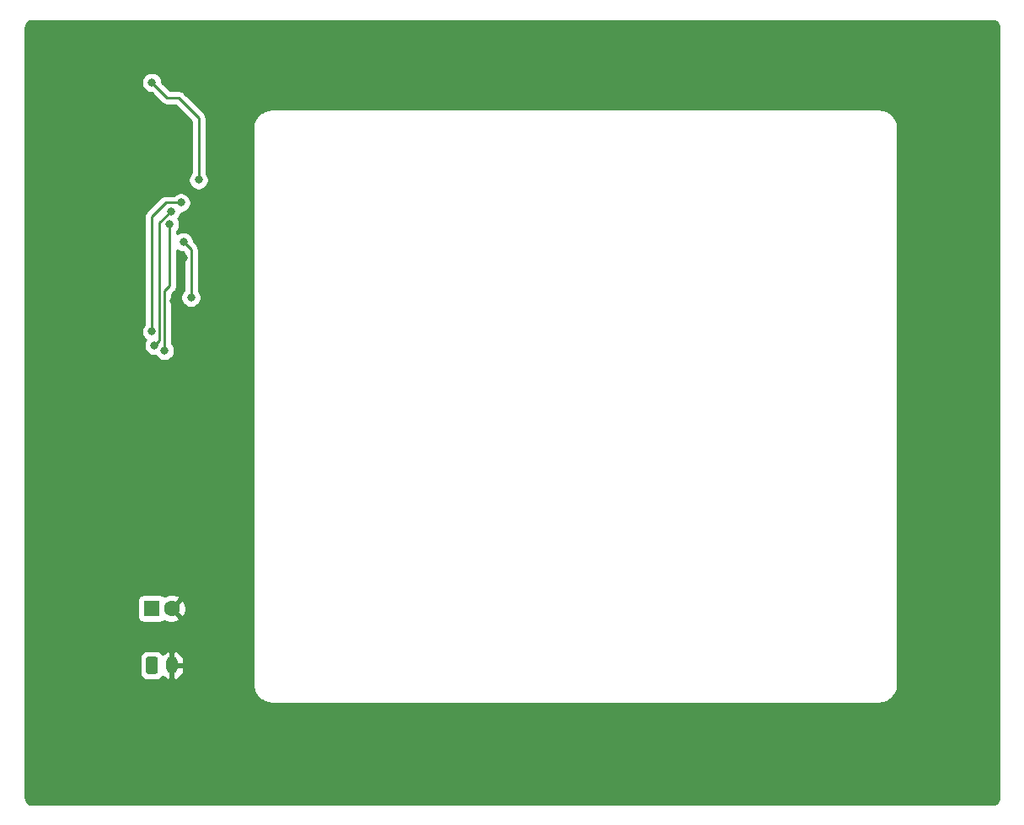
<source format=gbl>
%TF.GenerationSoftware,KiCad,Pcbnew,5.1.10*%
%TF.CreationDate,2021-05-09T20:03:51-07:00*%
%TF.ProjectId,ECE148_LED,45434531-3438-45f4-9c45-442e6b696361,rev?*%
%TF.SameCoordinates,Original*%
%TF.FileFunction,Copper,L2,Bot*%
%TF.FilePolarity,Positive*%
%FSLAX46Y46*%
G04 Gerber Fmt 4.6, Leading zero omitted, Abs format (unit mm)*
G04 Created by KiCad (PCBNEW 5.1.10) date 2021-05-09 20:03:51*
%MOMM*%
%LPD*%
G01*
G04 APERTURE LIST*
%TA.AperFunction,ComponentPad*%
%ADD10C,1.600000*%
%TD*%
%TA.AperFunction,ComponentPad*%
%ADD11R,1.600000X1.600000*%
%TD*%
%TA.AperFunction,ComponentPad*%
%ADD12O,1.200000X1.750000*%
%TD*%
%TA.AperFunction,ViaPad*%
%ADD13C,0.800000*%
%TD*%
%TA.AperFunction,Conductor*%
%ADD14C,0.250000*%
%TD*%
%TA.AperFunction,Conductor*%
%ADD15C,0.254000*%
%TD*%
%TA.AperFunction,Conductor*%
%ADD16C,0.100000*%
%TD*%
G04 APERTURE END LIST*
D10*
X47085000Y-87630000D03*
D11*
X45085000Y-87630000D03*
D12*
X47085000Y-93345000D03*
%TA.AperFunction,ComponentPad*%
G36*
G01*
X44485000Y-93970001D02*
X44485000Y-92719999D01*
G75*
G02*
X44734999Y-92470000I249999J0D01*
G01*
X45435001Y-92470000D01*
G75*
G02*
X45685000Y-92719999I0J-249999D01*
G01*
X45685000Y-93970001D01*
G75*
G02*
X45435001Y-94220000I-249999J0D01*
G01*
X44734999Y-94220000D01*
G75*
G02*
X44485000Y-93970001I0J249999D01*
G01*
G37*
%TD.AperFunction*%
D13*
X49784000Y-44577000D03*
X45085000Y-34798000D03*
X45034000Y-84074000D03*
X49961800Y-61747400D03*
X50266600Y-58470800D03*
X41148000Y-48844000D03*
X48260000Y-52375000D03*
X42113000Y-67310000D03*
X52654000Y-69342000D03*
X48590000Y-69342000D03*
X50495000Y-69342000D03*
X42240000Y-73914000D03*
X49149000Y-77775000D03*
X49149000Y-75489000D03*
X107188000Y-33071000D03*
X126924000Y-64262000D03*
X110998000Y-102921000D03*
X56388000Y-102794000D03*
X35611000Y-68072000D03*
X52578000Y-33071000D03*
X99949000Y-31420000D03*
X113665000Y-31420000D03*
X72390000Y-31293000D03*
X86106000Y-31293000D03*
X45085000Y-31420000D03*
X58801000Y-31420000D03*
X60198000Y-104470000D03*
X46482000Y-104470000D03*
X87630000Y-104470000D03*
X73914000Y-104470000D03*
X101346000Y-104470000D03*
X115062000Y-104470000D03*
X33960000Y-47752000D03*
X128600000Y-88265000D03*
X128600000Y-102108000D03*
X128600000Y-60198000D03*
X128600000Y-74041000D03*
X128600000Y-32385000D03*
X128600000Y-46228000D03*
X33960000Y-75692000D03*
X33960000Y-61849000D03*
X33960000Y-103632000D03*
X33960000Y-89789000D03*
X33960000Y-33782000D03*
X41910000Y-61468000D03*
X47244000Y-56718200D03*
X46990000Y-38481002D03*
X45085000Y-59817000D03*
X48006000Y-46863000D03*
X46990000Y-47752000D03*
X45339000Y-61214000D03*
X46863000Y-49022000D03*
X46355000Y-61722000D03*
X49022000Y-56388000D03*
X48260000Y-50800000D03*
D14*
X46609000Y-36322000D02*
X45085000Y-34798000D01*
X47752000Y-36322000D02*
X46609000Y-36322000D01*
X49784000Y-38354000D02*
X47752000Y-36322000D01*
X49784000Y-44577000D02*
X49784000Y-38354000D01*
X45085000Y-59817000D02*
X45085000Y-48260000D01*
X46482000Y-46863000D02*
X48006000Y-46863000D01*
X45085000Y-48260000D02*
X46482000Y-46863000D01*
X45847000Y-60706000D02*
X45339000Y-61214000D01*
X45847000Y-48895000D02*
X45847000Y-60706000D01*
X46990000Y-47752000D02*
X45847000Y-48895000D01*
X46355000Y-61722000D02*
X46355000Y-55753000D01*
X46863000Y-55245000D02*
X46863000Y-49022000D01*
X46355000Y-55753000D02*
X46863000Y-55245000D01*
X49022000Y-56388000D02*
X49022000Y-52063998D01*
X49022000Y-51562000D02*
X48260000Y-50800000D01*
X49022000Y-52063998D02*
X49022000Y-51562000D01*
D15*
X129657869Y-28614722D02*
X129771246Y-28648953D01*
X129875819Y-28704555D01*
X129967596Y-28779407D01*
X130043091Y-28870664D01*
X130099419Y-28974844D01*
X130134440Y-29087976D01*
X130150000Y-29236022D01*
X130150001Y-106647711D01*
X130135278Y-106797869D01*
X130101047Y-106911246D01*
X130045446Y-107015817D01*
X129970594Y-107107595D01*
X129879335Y-107183091D01*
X129775160Y-107239419D01*
X129662024Y-107274440D01*
X129513979Y-107290000D01*
X33052279Y-107290000D01*
X32902131Y-107275278D01*
X32788754Y-107241047D01*
X32684183Y-107185446D01*
X32592405Y-107110594D01*
X32516909Y-107019335D01*
X32460581Y-106915160D01*
X32425560Y-106802024D01*
X32410000Y-106653979D01*
X32410000Y-92719999D01*
X43846928Y-92719999D01*
X43846928Y-93970001D01*
X43863992Y-94143255D01*
X43914528Y-94309851D01*
X43996595Y-94463387D01*
X44107038Y-94597962D01*
X44241613Y-94708405D01*
X44395149Y-94790472D01*
X44561745Y-94841008D01*
X44734999Y-94858072D01*
X45435001Y-94858072D01*
X45608255Y-94841008D01*
X45774851Y-94790472D01*
X45928387Y-94708405D01*
X46062962Y-94597962D01*
X46173405Y-94463387D01*
X46175967Y-94458594D01*
X46301526Y-94583078D01*
X46504467Y-94717421D01*
X46729718Y-94809591D01*
X46767391Y-94813462D01*
X46958000Y-94688731D01*
X46958000Y-93472000D01*
X47212000Y-93472000D01*
X47212000Y-94688731D01*
X47402609Y-94813462D01*
X47440282Y-94809591D01*
X47665533Y-94717421D01*
X47868474Y-94583078D01*
X48041307Y-94411725D01*
X48177390Y-94209946D01*
X48271493Y-93985496D01*
X48320000Y-93747000D01*
X48320000Y-93472000D01*
X47212000Y-93472000D01*
X46958000Y-93472000D01*
X46938000Y-93472000D01*
X46938000Y-93218000D01*
X46958000Y-93218000D01*
X46958000Y-92001269D01*
X47212000Y-92001269D01*
X47212000Y-93218000D01*
X48320000Y-93218000D01*
X48320000Y-92943000D01*
X48271493Y-92704504D01*
X48177390Y-92480054D01*
X48041307Y-92278275D01*
X47868474Y-92106922D01*
X47665533Y-91972579D01*
X47440282Y-91880409D01*
X47402609Y-91876538D01*
X47212000Y-92001269D01*
X46958000Y-92001269D01*
X46767391Y-91876538D01*
X46729718Y-91880409D01*
X46504467Y-91972579D01*
X46301526Y-92106922D01*
X46175967Y-92231406D01*
X46173405Y-92226613D01*
X46062962Y-92092038D01*
X45928387Y-91981595D01*
X45774851Y-91899528D01*
X45608255Y-91848992D01*
X45435001Y-91831928D01*
X44734999Y-91831928D01*
X44561745Y-91848992D01*
X44395149Y-91899528D01*
X44241613Y-91981595D01*
X44107038Y-92092038D01*
X43996595Y-92226613D01*
X43914528Y-92380149D01*
X43863992Y-92546745D01*
X43846928Y-92719999D01*
X32410000Y-92719999D01*
X32410000Y-86830000D01*
X43646928Y-86830000D01*
X43646928Y-88430000D01*
X43659188Y-88554482D01*
X43695498Y-88674180D01*
X43754463Y-88784494D01*
X43833815Y-88881185D01*
X43930506Y-88960537D01*
X44040820Y-89019502D01*
X44160518Y-89055812D01*
X44285000Y-89068072D01*
X45885000Y-89068072D01*
X46009482Y-89055812D01*
X46129180Y-89019502D01*
X46239494Y-88960537D01*
X46336185Y-88881185D01*
X46346807Y-88868242D01*
X46598996Y-88987571D01*
X46873184Y-89056300D01*
X47155512Y-89070217D01*
X47435130Y-89028787D01*
X47701292Y-88933603D01*
X47826514Y-88866671D01*
X47898097Y-88622702D01*
X47085000Y-87809605D01*
X47070858Y-87823748D01*
X46891253Y-87644143D01*
X46905395Y-87630000D01*
X47264605Y-87630000D01*
X48077702Y-88443097D01*
X48321671Y-88371514D01*
X48442571Y-88116004D01*
X48511300Y-87841816D01*
X48525217Y-87559488D01*
X48483787Y-87279870D01*
X48388603Y-87013708D01*
X48321671Y-86888486D01*
X48077702Y-86816903D01*
X47264605Y-87630000D01*
X46905395Y-87630000D01*
X46891253Y-87615858D01*
X47070858Y-87436253D01*
X47085000Y-87450395D01*
X47898097Y-86637298D01*
X47826514Y-86393329D01*
X47571004Y-86272429D01*
X47296816Y-86203700D01*
X47014488Y-86189783D01*
X46734870Y-86231213D01*
X46468708Y-86326397D01*
X46346691Y-86391616D01*
X46336185Y-86378815D01*
X46239494Y-86299463D01*
X46129180Y-86240498D01*
X46009482Y-86204188D01*
X45885000Y-86191928D01*
X44285000Y-86191928D01*
X44160518Y-86204188D01*
X44040820Y-86240498D01*
X43930506Y-86299463D01*
X43833815Y-86378815D01*
X43754463Y-86475506D01*
X43695498Y-86585820D01*
X43659188Y-86705518D01*
X43646928Y-86830000D01*
X32410000Y-86830000D01*
X32410000Y-59715061D01*
X44050000Y-59715061D01*
X44050000Y-59918939D01*
X44089774Y-60118898D01*
X44167795Y-60307256D01*
X44281063Y-60476774D01*
X44425226Y-60620937D01*
X44470345Y-60651084D01*
X44421795Y-60723744D01*
X44343774Y-60912102D01*
X44304000Y-61112061D01*
X44304000Y-61315939D01*
X44343774Y-61515898D01*
X44421795Y-61704256D01*
X44535063Y-61873774D01*
X44679226Y-62017937D01*
X44848744Y-62131205D01*
X45037102Y-62209226D01*
X45237061Y-62249000D01*
X45440939Y-62249000D01*
X45459835Y-62245241D01*
X45551063Y-62381774D01*
X45695226Y-62525937D01*
X45864744Y-62639205D01*
X46053102Y-62717226D01*
X46253061Y-62757000D01*
X46456939Y-62757000D01*
X46656898Y-62717226D01*
X46845256Y-62639205D01*
X47014774Y-62525937D01*
X47158937Y-62381774D01*
X47272205Y-62212256D01*
X47350226Y-62023898D01*
X47390000Y-61823939D01*
X47390000Y-61620061D01*
X47350226Y-61420102D01*
X47272205Y-61231744D01*
X47158937Y-61062226D01*
X47115000Y-61018289D01*
X47115000Y-56067801D01*
X47374003Y-55808798D01*
X47403001Y-55785001D01*
X47497974Y-55669276D01*
X47568546Y-55537247D01*
X47612003Y-55393986D01*
X47623000Y-55282333D01*
X47623000Y-55282324D01*
X47626676Y-55245001D01*
X47623000Y-55207678D01*
X47623000Y-51619154D01*
X47769744Y-51717205D01*
X47958102Y-51795226D01*
X48158061Y-51835000D01*
X48220198Y-51835000D01*
X48262000Y-51876802D01*
X48262000Y-52101330D01*
X48262001Y-52101340D01*
X48262000Y-55684289D01*
X48218063Y-55728226D01*
X48104795Y-55897744D01*
X48026774Y-56086102D01*
X47987000Y-56286061D01*
X47987000Y-56489939D01*
X48026774Y-56689898D01*
X48104795Y-56878256D01*
X48218063Y-57047774D01*
X48362226Y-57191937D01*
X48531744Y-57305205D01*
X48720102Y-57383226D01*
X48920061Y-57423000D01*
X49123939Y-57423000D01*
X49323898Y-57383226D01*
X49512256Y-57305205D01*
X49681774Y-57191937D01*
X49825937Y-57047774D01*
X49939205Y-56878256D01*
X50017226Y-56689898D01*
X50057000Y-56489939D01*
X50057000Y-56286061D01*
X50017226Y-56086102D01*
X49939205Y-55897744D01*
X49825937Y-55728226D01*
X49782000Y-55684289D01*
X49782000Y-51599325D01*
X49785676Y-51562000D01*
X49782000Y-51524675D01*
X49782000Y-51524667D01*
X49771003Y-51413014D01*
X49727546Y-51269753D01*
X49656974Y-51137724D01*
X49562001Y-51021999D01*
X49533002Y-50998201D01*
X49295000Y-50760198D01*
X49295000Y-50698061D01*
X49255226Y-50498102D01*
X49177205Y-50309744D01*
X49063937Y-50140226D01*
X48919774Y-49996063D01*
X48750256Y-49882795D01*
X48561898Y-49804774D01*
X48361939Y-49765000D01*
X48158061Y-49765000D01*
X47958102Y-49804774D01*
X47769744Y-49882795D01*
X47623000Y-49980846D01*
X47623000Y-49725711D01*
X47666937Y-49681774D01*
X47780205Y-49512256D01*
X47858226Y-49323898D01*
X47898000Y-49123939D01*
X47898000Y-48920061D01*
X47858226Y-48720102D01*
X47780205Y-48531744D01*
X47737652Y-48468059D01*
X47793937Y-48411774D01*
X47907205Y-48242256D01*
X47985226Y-48053898D01*
X48016236Y-47898000D01*
X48107939Y-47898000D01*
X48307898Y-47858226D01*
X48496256Y-47780205D01*
X48665774Y-47666937D01*
X48809937Y-47522774D01*
X48923205Y-47353256D01*
X49001226Y-47164898D01*
X49041000Y-46964939D01*
X49041000Y-46761061D01*
X49001226Y-46561102D01*
X48923205Y-46372744D01*
X48809937Y-46203226D01*
X48665774Y-46059063D01*
X48496256Y-45945795D01*
X48307898Y-45867774D01*
X48107939Y-45828000D01*
X47904061Y-45828000D01*
X47704102Y-45867774D01*
X47515744Y-45945795D01*
X47346226Y-46059063D01*
X47302289Y-46103000D01*
X46519322Y-46103000D01*
X46481999Y-46099324D01*
X46444676Y-46103000D01*
X46444667Y-46103000D01*
X46333014Y-46113997D01*
X46189753Y-46157454D01*
X46057724Y-46228026D01*
X45941999Y-46322999D01*
X45918201Y-46351997D01*
X44573998Y-47696201D01*
X44545000Y-47719999D01*
X44521202Y-47748997D01*
X44521201Y-47748998D01*
X44450026Y-47835724D01*
X44379454Y-47967754D01*
X44361551Y-48026774D01*
X44335998Y-48111014D01*
X44325001Y-48222667D01*
X44321324Y-48260000D01*
X44325001Y-48297332D01*
X44325000Y-59113289D01*
X44281063Y-59157226D01*
X44167795Y-59326744D01*
X44089774Y-59515102D01*
X44050000Y-59715061D01*
X32410000Y-59715061D01*
X32410000Y-45687581D01*
X55220000Y-45687581D01*
X55220000Y-45687582D01*
X55220001Y-95282419D01*
X55222802Y-95310855D01*
X55222747Y-95318682D01*
X55223646Y-95327853D01*
X55249554Y-95574357D01*
X55261589Y-95632986D01*
X55272792Y-95691716D01*
X55275456Y-95700538D01*
X55348751Y-95937314D01*
X55371931Y-95992457D01*
X55394339Y-96047920D01*
X55398665Y-96056054D01*
X55398667Y-96056059D01*
X55398670Y-96056064D01*
X55516553Y-96274086D01*
X55549988Y-96323654D01*
X55582759Y-96373735D01*
X55588584Y-96380876D01*
X55746577Y-96571856D01*
X55789012Y-96613995D01*
X55830875Y-96656745D01*
X55837976Y-96662618D01*
X56030053Y-96819273D01*
X56079875Y-96852374D01*
X56129237Y-96886173D01*
X56137343Y-96890556D01*
X56356191Y-97006919D01*
X56411479Y-97029707D01*
X56466475Y-97053279D01*
X56475278Y-97056003D01*
X56712559Y-97127643D01*
X56771246Y-97139264D01*
X56829752Y-97151700D01*
X56838915Y-97152663D01*
X56838917Y-97152663D01*
X57085595Y-97176850D01*
X57085598Y-97176850D01*
X57117581Y-97180000D01*
X118142419Y-97180000D01*
X118170865Y-97177198D01*
X118178682Y-97177253D01*
X118187853Y-97176354D01*
X118434357Y-97150446D01*
X118492986Y-97138411D01*
X118551716Y-97127208D01*
X118560532Y-97124546D01*
X118560536Y-97124545D01*
X118560539Y-97124544D01*
X118797314Y-97051249D01*
X118852457Y-97028069D01*
X118907920Y-97005661D01*
X118916054Y-97001335D01*
X118916059Y-97001333D01*
X118916064Y-97001330D01*
X119134086Y-96883447D01*
X119183654Y-96850012D01*
X119233735Y-96817241D01*
X119240876Y-96811416D01*
X119431856Y-96653423D01*
X119473995Y-96610988D01*
X119516745Y-96569125D01*
X119522618Y-96562024D01*
X119679273Y-96369947D01*
X119712374Y-96320125D01*
X119746173Y-96270763D01*
X119750556Y-96262657D01*
X119866919Y-96043809D01*
X119889707Y-95988521D01*
X119913279Y-95933525D01*
X119916003Y-95924722D01*
X119987643Y-95687441D01*
X119999264Y-95628754D01*
X120011700Y-95570248D01*
X120012663Y-95561083D01*
X120036850Y-95314405D01*
X120036850Y-95314402D01*
X120040000Y-95282419D01*
X120040000Y-39337581D01*
X120037198Y-39309135D01*
X120037253Y-39301318D01*
X120036354Y-39292147D01*
X120010446Y-39045644D01*
X119998414Y-38987028D01*
X119987208Y-38928284D01*
X119984544Y-38919462D01*
X119911249Y-38682686D01*
X119888074Y-38627555D01*
X119865661Y-38572080D01*
X119861334Y-38563944D01*
X119743446Y-38345914D01*
X119710012Y-38296346D01*
X119677240Y-38246265D01*
X119671416Y-38239124D01*
X119513423Y-38048144D01*
X119470988Y-38006005D01*
X119429125Y-37963255D01*
X119422024Y-37957381D01*
X119229946Y-37800727D01*
X119180169Y-37767655D01*
X119130763Y-37733826D01*
X119122657Y-37729444D01*
X118903809Y-37613081D01*
X118848532Y-37590298D01*
X118793525Y-37566721D01*
X118784722Y-37563997D01*
X118547441Y-37492357D01*
X118488754Y-37480736D01*
X118430248Y-37468300D01*
X118421085Y-37467337D01*
X118421083Y-37467337D01*
X118174405Y-37443150D01*
X118174402Y-37443150D01*
X118142419Y-37440000D01*
X57117581Y-37440000D01*
X57089135Y-37442802D01*
X57081318Y-37442747D01*
X57072147Y-37443646D01*
X56825644Y-37469554D01*
X56767028Y-37481586D01*
X56708284Y-37492792D01*
X56699462Y-37495456D01*
X56462686Y-37568751D01*
X56407555Y-37591926D01*
X56352080Y-37614339D01*
X56343944Y-37618666D01*
X56125914Y-37736554D01*
X56076346Y-37769988D01*
X56026265Y-37802760D01*
X56019124Y-37808584D01*
X55828144Y-37966577D01*
X55786005Y-38009012D01*
X55743255Y-38050875D01*
X55737381Y-38057976D01*
X55580727Y-38250054D01*
X55547655Y-38299831D01*
X55513826Y-38349237D01*
X55509444Y-38357343D01*
X55393081Y-38576191D01*
X55370298Y-38631468D01*
X55346721Y-38686475D01*
X55343997Y-38695278D01*
X55272357Y-38932559D01*
X55260736Y-38991246D01*
X55248300Y-39049752D01*
X55247337Y-39058917D01*
X55223150Y-39305595D01*
X55223150Y-39305608D01*
X55220001Y-39337581D01*
X55220000Y-45687581D01*
X32410000Y-45687581D01*
X32410000Y-34696061D01*
X44050000Y-34696061D01*
X44050000Y-34899939D01*
X44089774Y-35099898D01*
X44167795Y-35288256D01*
X44281063Y-35457774D01*
X44425226Y-35601937D01*
X44594744Y-35715205D01*
X44783102Y-35793226D01*
X44983061Y-35833000D01*
X45045198Y-35833000D01*
X46045205Y-36833008D01*
X46068999Y-36862001D01*
X46097992Y-36885795D01*
X46097996Y-36885799D01*
X46168685Y-36943811D01*
X46184724Y-36956974D01*
X46316753Y-37027546D01*
X46460014Y-37071003D01*
X46571667Y-37082000D01*
X46571676Y-37082000D01*
X46608999Y-37085676D01*
X46646322Y-37082000D01*
X47437199Y-37082000D01*
X49024001Y-38668803D01*
X49024000Y-43873289D01*
X48980063Y-43917226D01*
X48866795Y-44086744D01*
X48788774Y-44275102D01*
X48749000Y-44475061D01*
X48749000Y-44678939D01*
X48788774Y-44878898D01*
X48866795Y-45067256D01*
X48980063Y-45236774D01*
X49124226Y-45380937D01*
X49293744Y-45494205D01*
X49482102Y-45572226D01*
X49682061Y-45612000D01*
X49885939Y-45612000D01*
X50085898Y-45572226D01*
X50274256Y-45494205D01*
X50443774Y-45380937D01*
X50587937Y-45236774D01*
X50701205Y-45067256D01*
X50779226Y-44878898D01*
X50819000Y-44678939D01*
X50819000Y-44475061D01*
X50779226Y-44275102D01*
X50701205Y-44086744D01*
X50587937Y-43917226D01*
X50544000Y-43873289D01*
X50544000Y-38391323D01*
X50547676Y-38354000D01*
X50544000Y-38316677D01*
X50544000Y-38316667D01*
X50533003Y-38205014D01*
X50489546Y-38061753D01*
X50471501Y-38027994D01*
X50418974Y-37929723D01*
X50347799Y-37842997D01*
X50324001Y-37813999D01*
X50295003Y-37790201D01*
X48315804Y-35811003D01*
X48292001Y-35781999D01*
X48176276Y-35687026D01*
X48044247Y-35616454D01*
X47900986Y-35572997D01*
X47789333Y-35562000D01*
X47789322Y-35562000D01*
X47752000Y-35558324D01*
X47714678Y-35562000D01*
X46923803Y-35562000D01*
X46120000Y-34758198D01*
X46120000Y-34696061D01*
X46080226Y-34496102D01*
X46002205Y-34307744D01*
X45888937Y-34138226D01*
X45744774Y-33994063D01*
X45575256Y-33880795D01*
X45386898Y-33802774D01*
X45186939Y-33763000D01*
X44983061Y-33763000D01*
X44783102Y-33802774D01*
X44594744Y-33880795D01*
X44425226Y-33994063D01*
X44281063Y-34138226D01*
X44167795Y-34307744D01*
X44089774Y-34496102D01*
X44050000Y-34696061D01*
X32410000Y-34696061D01*
X32410000Y-29242279D01*
X32424722Y-29092131D01*
X32458953Y-28978754D01*
X32514555Y-28874181D01*
X32589407Y-28782404D01*
X32680664Y-28706909D01*
X32784844Y-28650581D01*
X32897976Y-28615560D01*
X33046022Y-28600000D01*
X129507721Y-28600000D01*
X129657869Y-28614722D01*
%TA.AperFunction,Conductor*%
D16*
G36*
X129657869Y-28614722D02*
G01*
X129771246Y-28648953D01*
X129875819Y-28704555D01*
X129967596Y-28779407D01*
X130043091Y-28870664D01*
X130099419Y-28974844D01*
X130134440Y-29087976D01*
X130150000Y-29236022D01*
X130150001Y-106647711D01*
X130135278Y-106797869D01*
X130101047Y-106911246D01*
X130045446Y-107015817D01*
X129970594Y-107107595D01*
X129879335Y-107183091D01*
X129775160Y-107239419D01*
X129662024Y-107274440D01*
X129513979Y-107290000D01*
X33052279Y-107290000D01*
X32902131Y-107275278D01*
X32788754Y-107241047D01*
X32684183Y-107185446D01*
X32592405Y-107110594D01*
X32516909Y-107019335D01*
X32460581Y-106915160D01*
X32425560Y-106802024D01*
X32410000Y-106653979D01*
X32410000Y-92719999D01*
X43846928Y-92719999D01*
X43846928Y-93970001D01*
X43863992Y-94143255D01*
X43914528Y-94309851D01*
X43996595Y-94463387D01*
X44107038Y-94597962D01*
X44241613Y-94708405D01*
X44395149Y-94790472D01*
X44561745Y-94841008D01*
X44734999Y-94858072D01*
X45435001Y-94858072D01*
X45608255Y-94841008D01*
X45774851Y-94790472D01*
X45928387Y-94708405D01*
X46062962Y-94597962D01*
X46173405Y-94463387D01*
X46175967Y-94458594D01*
X46301526Y-94583078D01*
X46504467Y-94717421D01*
X46729718Y-94809591D01*
X46767391Y-94813462D01*
X46958000Y-94688731D01*
X46958000Y-93472000D01*
X47212000Y-93472000D01*
X47212000Y-94688731D01*
X47402609Y-94813462D01*
X47440282Y-94809591D01*
X47665533Y-94717421D01*
X47868474Y-94583078D01*
X48041307Y-94411725D01*
X48177390Y-94209946D01*
X48271493Y-93985496D01*
X48320000Y-93747000D01*
X48320000Y-93472000D01*
X47212000Y-93472000D01*
X46958000Y-93472000D01*
X46938000Y-93472000D01*
X46938000Y-93218000D01*
X46958000Y-93218000D01*
X46958000Y-92001269D01*
X47212000Y-92001269D01*
X47212000Y-93218000D01*
X48320000Y-93218000D01*
X48320000Y-92943000D01*
X48271493Y-92704504D01*
X48177390Y-92480054D01*
X48041307Y-92278275D01*
X47868474Y-92106922D01*
X47665533Y-91972579D01*
X47440282Y-91880409D01*
X47402609Y-91876538D01*
X47212000Y-92001269D01*
X46958000Y-92001269D01*
X46767391Y-91876538D01*
X46729718Y-91880409D01*
X46504467Y-91972579D01*
X46301526Y-92106922D01*
X46175967Y-92231406D01*
X46173405Y-92226613D01*
X46062962Y-92092038D01*
X45928387Y-91981595D01*
X45774851Y-91899528D01*
X45608255Y-91848992D01*
X45435001Y-91831928D01*
X44734999Y-91831928D01*
X44561745Y-91848992D01*
X44395149Y-91899528D01*
X44241613Y-91981595D01*
X44107038Y-92092038D01*
X43996595Y-92226613D01*
X43914528Y-92380149D01*
X43863992Y-92546745D01*
X43846928Y-92719999D01*
X32410000Y-92719999D01*
X32410000Y-86830000D01*
X43646928Y-86830000D01*
X43646928Y-88430000D01*
X43659188Y-88554482D01*
X43695498Y-88674180D01*
X43754463Y-88784494D01*
X43833815Y-88881185D01*
X43930506Y-88960537D01*
X44040820Y-89019502D01*
X44160518Y-89055812D01*
X44285000Y-89068072D01*
X45885000Y-89068072D01*
X46009482Y-89055812D01*
X46129180Y-89019502D01*
X46239494Y-88960537D01*
X46336185Y-88881185D01*
X46346807Y-88868242D01*
X46598996Y-88987571D01*
X46873184Y-89056300D01*
X47155512Y-89070217D01*
X47435130Y-89028787D01*
X47701292Y-88933603D01*
X47826514Y-88866671D01*
X47898097Y-88622702D01*
X47085000Y-87809605D01*
X47070858Y-87823748D01*
X46891253Y-87644143D01*
X46905395Y-87630000D01*
X47264605Y-87630000D01*
X48077702Y-88443097D01*
X48321671Y-88371514D01*
X48442571Y-88116004D01*
X48511300Y-87841816D01*
X48525217Y-87559488D01*
X48483787Y-87279870D01*
X48388603Y-87013708D01*
X48321671Y-86888486D01*
X48077702Y-86816903D01*
X47264605Y-87630000D01*
X46905395Y-87630000D01*
X46891253Y-87615858D01*
X47070858Y-87436253D01*
X47085000Y-87450395D01*
X47898097Y-86637298D01*
X47826514Y-86393329D01*
X47571004Y-86272429D01*
X47296816Y-86203700D01*
X47014488Y-86189783D01*
X46734870Y-86231213D01*
X46468708Y-86326397D01*
X46346691Y-86391616D01*
X46336185Y-86378815D01*
X46239494Y-86299463D01*
X46129180Y-86240498D01*
X46009482Y-86204188D01*
X45885000Y-86191928D01*
X44285000Y-86191928D01*
X44160518Y-86204188D01*
X44040820Y-86240498D01*
X43930506Y-86299463D01*
X43833815Y-86378815D01*
X43754463Y-86475506D01*
X43695498Y-86585820D01*
X43659188Y-86705518D01*
X43646928Y-86830000D01*
X32410000Y-86830000D01*
X32410000Y-59715061D01*
X44050000Y-59715061D01*
X44050000Y-59918939D01*
X44089774Y-60118898D01*
X44167795Y-60307256D01*
X44281063Y-60476774D01*
X44425226Y-60620937D01*
X44470345Y-60651084D01*
X44421795Y-60723744D01*
X44343774Y-60912102D01*
X44304000Y-61112061D01*
X44304000Y-61315939D01*
X44343774Y-61515898D01*
X44421795Y-61704256D01*
X44535063Y-61873774D01*
X44679226Y-62017937D01*
X44848744Y-62131205D01*
X45037102Y-62209226D01*
X45237061Y-62249000D01*
X45440939Y-62249000D01*
X45459835Y-62245241D01*
X45551063Y-62381774D01*
X45695226Y-62525937D01*
X45864744Y-62639205D01*
X46053102Y-62717226D01*
X46253061Y-62757000D01*
X46456939Y-62757000D01*
X46656898Y-62717226D01*
X46845256Y-62639205D01*
X47014774Y-62525937D01*
X47158937Y-62381774D01*
X47272205Y-62212256D01*
X47350226Y-62023898D01*
X47390000Y-61823939D01*
X47390000Y-61620061D01*
X47350226Y-61420102D01*
X47272205Y-61231744D01*
X47158937Y-61062226D01*
X47115000Y-61018289D01*
X47115000Y-56067801D01*
X47374003Y-55808798D01*
X47403001Y-55785001D01*
X47497974Y-55669276D01*
X47568546Y-55537247D01*
X47612003Y-55393986D01*
X47623000Y-55282333D01*
X47623000Y-55282324D01*
X47626676Y-55245001D01*
X47623000Y-55207678D01*
X47623000Y-51619154D01*
X47769744Y-51717205D01*
X47958102Y-51795226D01*
X48158061Y-51835000D01*
X48220198Y-51835000D01*
X48262000Y-51876802D01*
X48262000Y-52101330D01*
X48262001Y-52101340D01*
X48262000Y-55684289D01*
X48218063Y-55728226D01*
X48104795Y-55897744D01*
X48026774Y-56086102D01*
X47987000Y-56286061D01*
X47987000Y-56489939D01*
X48026774Y-56689898D01*
X48104795Y-56878256D01*
X48218063Y-57047774D01*
X48362226Y-57191937D01*
X48531744Y-57305205D01*
X48720102Y-57383226D01*
X48920061Y-57423000D01*
X49123939Y-57423000D01*
X49323898Y-57383226D01*
X49512256Y-57305205D01*
X49681774Y-57191937D01*
X49825937Y-57047774D01*
X49939205Y-56878256D01*
X50017226Y-56689898D01*
X50057000Y-56489939D01*
X50057000Y-56286061D01*
X50017226Y-56086102D01*
X49939205Y-55897744D01*
X49825937Y-55728226D01*
X49782000Y-55684289D01*
X49782000Y-51599325D01*
X49785676Y-51562000D01*
X49782000Y-51524675D01*
X49782000Y-51524667D01*
X49771003Y-51413014D01*
X49727546Y-51269753D01*
X49656974Y-51137724D01*
X49562001Y-51021999D01*
X49533002Y-50998201D01*
X49295000Y-50760198D01*
X49295000Y-50698061D01*
X49255226Y-50498102D01*
X49177205Y-50309744D01*
X49063937Y-50140226D01*
X48919774Y-49996063D01*
X48750256Y-49882795D01*
X48561898Y-49804774D01*
X48361939Y-49765000D01*
X48158061Y-49765000D01*
X47958102Y-49804774D01*
X47769744Y-49882795D01*
X47623000Y-49980846D01*
X47623000Y-49725711D01*
X47666937Y-49681774D01*
X47780205Y-49512256D01*
X47858226Y-49323898D01*
X47898000Y-49123939D01*
X47898000Y-48920061D01*
X47858226Y-48720102D01*
X47780205Y-48531744D01*
X47737652Y-48468059D01*
X47793937Y-48411774D01*
X47907205Y-48242256D01*
X47985226Y-48053898D01*
X48016236Y-47898000D01*
X48107939Y-47898000D01*
X48307898Y-47858226D01*
X48496256Y-47780205D01*
X48665774Y-47666937D01*
X48809937Y-47522774D01*
X48923205Y-47353256D01*
X49001226Y-47164898D01*
X49041000Y-46964939D01*
X49041000Y-46761061D01*
X49001226Y-46561102D01*
X48923205Y-46372744D01*
X48809937Y-46203226D01*
X48665774Y-46059063D01*
X48496256Y-45945795D01*
X48307898Y-45867774D01*
X48107939Y-45828000D01*
X47904061Y-45828000D01*
X47704102Y-45867774D01*
X47515744Y-45945795D01*
X47346226Y-46059063D01*
X47302289Y-46103000D01*
X46519322Y-46103000D01*
X46481999Y-46099324D01*
X46444676Y-46103000D01*
X46444667Y-46103000D01*
X46333014Y-46113997D01*
X46189753Y-46157454D01*
X46057724Y-46228026D01*
X45941999Y-46322999D01*
X45918201Y-46351997D01*
X44573998Y-47696201D01*
X44545000Y-47719999D01*
X44521202Y-47748997D01*
X44521201Y-47748998D01*
X44450026Y-47835724D01*
X44379454Y-47967754D01*
X44361551Y-48026774D01*
X44335998Y-48111014D01*
X44325001Y-48222667D01*
X44321324Y-48260000D01*
X44325001Y-48297332D01*
X44325000Y-59113289D01*
X44281063Y-59157226D01*
X44167795Y-59326744D01*
X44089774Y-59515102D01*
X44050000Y-59715061D01*
X32410000Y-59715061D01*
X32410000Y-45687581D01*
X55220000Y-45687581D01*
X55220000Y-45687582D01*
X55220001Y-95282419D01*
X55222802Y-95310855D01*
X55222747Y-95318682D01*
X55223646Y-95327853D01*
X55249554Y-95574357D01*
X55261589Y-95632986D01*
X55272792Y-95691716D01*
X55275456Y-95700538D01*
X55348751Y-95937314D01*
X55371931Y-95992457D01*
X55394339Y-96047920D01*
X55398665Y-96056054D01*
X55398667Y-96056059D01*
X55398670Y-96056064D01*
X55516553Y-96274086D01*
X55549988Y-96323654D01*
X55582759Y-96373735D01*
X55588584Y-96380876D01*
X55746577Y-96571856D01*
X55789012Y-96613995D01*
X55830875Y-96656745D01*
X55837976Y-96662618D01*
X56030053Y-96819273D01*
X56079875Y-96852374D01*
X56129237Y-96886173D01*
X56137343Y-96890556D01*
X56356191Y-97006919D01*
X56411479Y-97029707D01*
X56466475Y-97053279D01*
X56475278Y-97056003D01*
X56712559Y-97127643D01*
X56771246Y-97139264D01*
X56829752Y-97151700D01*
X56838915Y-97152663D01*
X56838917Y-97152663D01*
X57085595Y-97176850D01*
X57085598Y-97176850D01*
X57117581Y-97180000D01*
X118142419Y-97180000D01*
X118170865Y-97177198D01*
X118178682Y-97177253D01*
X118187853Y-97176354D01*
X118434357Y-97150446D01*
X118492986Y-97138411D01*
X118551716Y-97127208D01*
X118560532Y-97124546D01*
X118560536Y-97124545D01*
X118560539Y-97124544D01*
X118797314Y-97051249D01*
X118852457Y-97028069D01*
X118907920Y-97005661D01*
X118916054Y-97001335D01*
X118916059Y-97001333D01*
X118916064Y-97001330D01*
X119134086Y-96883447D01*
X119183654Y-96850012D01*
X119233735Y-96817241D01*
X119240876Y-96811416D01*
X119431856Y-96653423D01*
X119473995Y-96610988D01*
X119516745Y-96569125D01*
X119522618Y-96562024D01*
X119679273Y-96369947D01*
X119712374Y-96320125D01*
X119746173Y-96270763D01*
X119750556Y-96262657D01*
X119866919Y-96043809D01*
X119889707Y-95988521D01*
X119913279Y-95933525D01*
X119916003Y-95924722D01*
X119987643Y-95687441D01*
X119999264Y-95628754D01*
X120011700Y-95570248D01*
X120012663Y-95561083D01*
X120036850Y-95314405D01*
X120036850Y-95314402D01*
X120040000Y-95282419D01*
X120040000Y-39337581D01*
X120037198Y-39309135D01*
X120037253Y-39301318D01*
X120036354Y-39292147D01*
X120010446Y-39045644D01*
X119998414Y-38987028D01*
X119987208Y-38928284D01*
X119984544Y-38919462D01*
X119911249Y-38682686D01*
X119888074Y-38627555D01*
X119865661Y-38572080D01*
X119861334Y-38563944D01*
X119743446Y-38345914D01*
X119710012Y-38296346D01*
X119677240Y-38246265D01*
X119671416Y-38239124D01*
X119513423Y-38048144D01*
X119470988Y-38006005D01*
X119429125Y-37963255D01*
X119422024Y-37957381D01*
X119229946Y-37800727D01*
X119180169Y-37767655D01*
X119130763Y-37733826D01*
X119122657Y-37729444D01*
X118903809Y-37613081D01*
X118848532Y-37590298D01*
X118793525Y-37566721D01*
X118784722Y-37563997D01*
X118547441Y-37492357D01*
X118488754Y-37480736D01*
X118430248Y-37468300D01*
X118421085Y-37467337D01*
X118421083Y-37467337D01*
X118174405Y-37443150D01*
X118174402Y-37443150D01*
X118142419Y-37440000D01*
X57117581Y-37440000D01*
X57089135Y-37442802D01*
X57081318Y-37442747D01*
X57072147Y-37443646D01*
X56825644Y-37469554D01*
X56767028Y-37481586D01*
X56708284Y-37492792D01*
X56699462Y-37495456D01*
X56462686Y-37568751D01*
X56407555Y-37591926D01*
X56352080Y-37614339D01*
X56343944Y-37618666D01*
X56125914Y-37736554D01*
X56076346Y-37769988D01*
X56026265Y-37802760D01*
X56019124Y-37808584D01*
X55828144Y-37966577D01*
X55786005Y-38009012D01*
X55743255Y-38050875D01*
X55737381Y-38057976D01*
X55580727Y-38250054D01*
X55547655Y-38299831D01*
X55513826Y-38349237D01*
X55509444Y-38357343D01*
X55393081Y-38576191D01*
X55370298Y-38631468D01*
X55346721Y-38686475D01*
X55343997Y-38695278D01*
X55272357Y-38932559D01*
X55260736Y-38991246D01*
X55248300Y-39049752D01*
X55247337Y-39058917D01*
X55223150Y-39305595D01*
X55223150Y-39305608D01*
X55220001Y-39337581D01*
X55220000Y-45687581D01*
X32410000Y-45687581D01*
X32410000Y-34696061D01*
X44050000Y-34696061D01*
X44050000Y-34899939D01*
X44089774Y-35099898D01*
X44167795Y-35288256D01*
X44281063Y-35457774D01*
X44425226Y-35601937D01*
X44594744Y-35715205D01*
X44783102Y-35793226D01*
X44983061Y-35833000D01*
X45045198Y-35833000D01*
X46045205Y-36833008D01*
X46068999Y-36862001D01*
X46097992Y-36885795D01*
X46097996Y-36885799D01*
X46168685Y-36943811D01*
X46184724Y-36956974D01*
X46316753Y-37027546D01*
X46460014Y-37071003D01*
X46571667Y-37082000D01*
X46571676Y-37082000D01*
X46608999Y-37085676D01*
X46646322Y-37082000D01*
X47437199Y-37082000D01*
X49024001Y-38668803D01*
X49024000Y-43873289D01*
X48980063Y-43917226D01*
X48866795Y-44086744D01*
X48788774Y-44275102D01*
X48749000Y-44475061D01*
X48749000Y-44678939D01*
X48788774Y-44878898D01*
X48866795Y-45067256D01*
X48980063Y-45236774D01*
X49124226Y-45380937D01*
X49293744Y-45494205D01*
X49482102Y-45572226D01*
X49682061Y-45612000D01*
X49885939Y-45612000D01*
X50085898Y-45572226D01*
X50274256Y-45494205D01*
X50443774Y-45380937D01*
X50587937Y-45236774D01*
X50701205Y-45067256D01*
X50779226Y-44878898D01*
X50819000Y-44678939D01*
X50819000Y-44475061D01*
X50779226Y-44275102D01*
X50701205Y-44086744D01*
X50587937Y-43917226D01*
X50544000Y-43873289D01*
X50544000Y-38391323D01*
X50547676Y-38354000D01*
X50544000Y-38316677D01*
X50544000Y-38316667D01*
X50533003Y-38205014D01*
X50489546Y-38061753D01*
X50471501Y-38027994D01*
X50418974Y-37929723D01*
X50347799Y-37842997D01*
X50324001Y-37813999D01*
X50295003Y-37790201D01*
X48315804Y-35811003D01*
X48292001Y-35781999D01*
X48176276Y-35687026D01*
X48044247Y-35616454D01*
X47900986Y-35572997D01*
X47789333Y-35562000D01*
X47789322Y-35562000D01*
X47752000Y-35558324D01*
X47714678Y-35562000D01*
X46923803Y-35562000D01*
X46120000Y-34758198D01*
X46120000Y-34696061D01*
X46080226Y-34496102D01*
X46002205Y-34307744D01*
X45888937Y-34138226D01*
X45744774Y-33994063D01*
X45575256Y-33880795D01*
X45386898Y-33802774D01*
X45186939Y-33763000D01*
X44983061Y-33763000D01*
X44783102Y-33802774D01*
X44594744Y-33880795D01*
X44425226Y-33994063D01*
X44281063Y-34138226D01*
X44167795Y-34307744D01*
X44089774Y-34496102D01*
X44050000Y-34696061D01*
X32410000Y-34696061D01*
X32410000Y-29242279D01*
X32424722Y-29092131D01*
X32458953Y-28978754D01*
X32514555Y-28874181D01*
X32589407Y-28782404D01*
X32680664Y-28706909D01*
X32784844Y-28650581D01*
X32897976Y-28615560D01*
X33046022Y-28600000D01*
X129507721Y-28600000D01*
X129657869Y-28614722D01*
G37*
%TD.AperFunction*%
M02*

</source>
